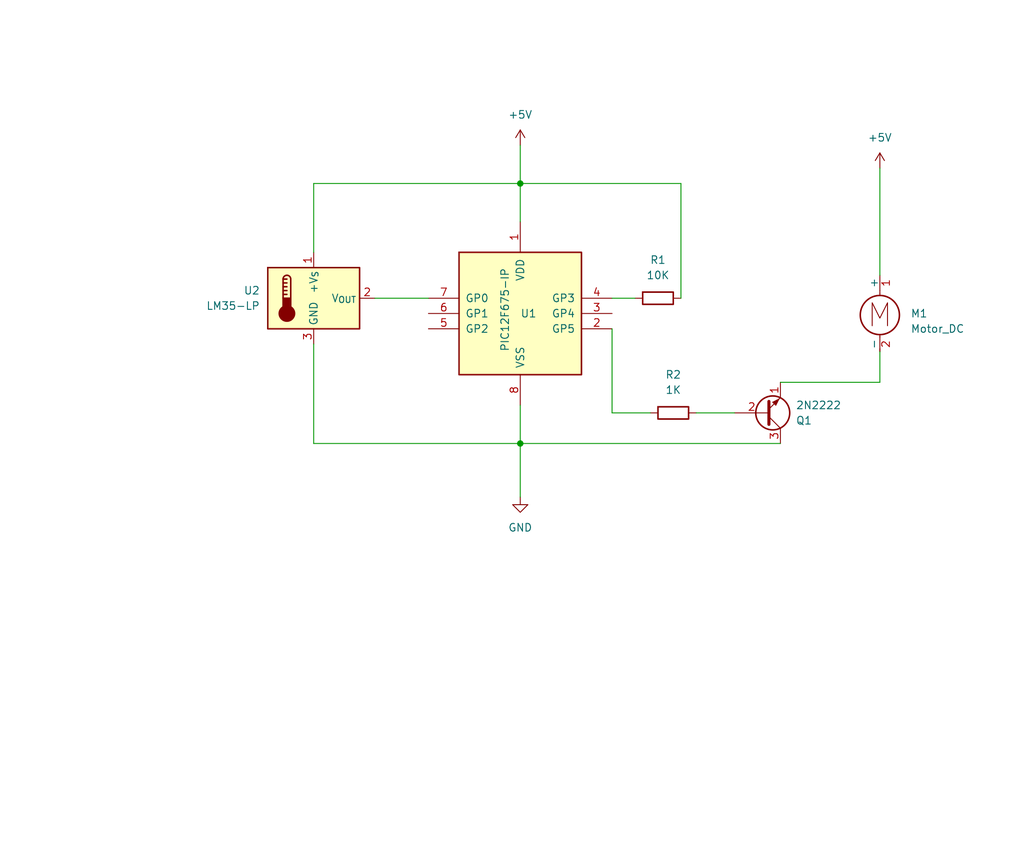
<source format=kicad_sch>
(kicad_sch (version 20230121) (generator eeschema)
  (paper "User" 170.002 140.005)
  (title_block (title "PIC12F675 PWM with  Cooler and LM35") (company "Ricardo Lima Caratti") (comment 1 "Fiver Indicator wirh LM35  and LED using the PIC12F675. "))
  (lib_symbols
    (symbol "Device:R" (pin_numbers hide) (pin_names (offset 0))
      (property "Reference" "R" (at 2.032 0 90))
      (property "Value" "R" (at 0 0 90))
      (symbol "R_0_1"
        (rectangle (start -1.016 -2.54) (end 1.016 2.54) (stroke (width 0.254)))
      )
      (symbol "R_1_1"
        (pin passive line (at 0 3.81 270) (length 1.27) (name "~") (number "1"))
        (pin passive line (at 0 -3.81 90) (length 1.27) (name "~") (number "2"))
      )
    )
    (symbol "MCU_Microchip_PIC12:PIC12F675-IP" (pin_names (offset 1.016))
      (property "Reference" "U" (at 1.27 13.97 0))
      (property "Value" "PIC12F675-IP" (at 1.27 11.43 0))
      (symbol "PIC12F675-IP_0_1"
        (rectangle (start 10.16 -10.16) (end -10.16 10.16) (stroke (width 0.254)) (fill (type background)))
      )
      (symbol "PIC12F675-IP_1_1"
        (pin power_in line (at 0 15.24 270) (length 5.08) (name "VDD") (number "1"))
        (pin bidirectional line (at 15.24 -2.54 180) (length 5.08) (name "GP5") (number "2"))
        (pin bidirectional line (at 15.24 0 180) (length 5.08) (name "GP4") (number "3"))
        (pin input line (at 15.24 2.54 180) (length 5.08) (name "GP3") (number "4"))
        (pin bidirectional line (at -15.24 -2.54 0) (length 5.08) (name "GP2") (number "5"))
        (pin bidirectional line (at -15.24 0 0) (length 5.08) (name "GP1") (number "6"))
        (pin bidirectional line (at -15.24 2.54 0) (length 5.08) (name "GP0") (number "7"))
        (pin power_in line (at 0 -15.24 90) (length 5.08) (name "VSS") (number "8"))
      )
    )
    (symbol "Motor:Motor_DC" (pin_names (offset 0))
      (property "Reference" "M" (at 2.54 2.54 0))
      (property "Value" "Motor_DC" (at 2.54 -5.08 0))
      (symbol "Motor_DC_0_0"
        (polyline (pts (xy -1.27 -3.302) (xy -1.27 0.508) (xy 0 -2.032) (xy 1.27 0.508) (xy 1.27 -3.302)))
      )
      (symbol "Motor_DC_0_1"
        (circle (center 0 -1.524) (radius 3.2512) (stroke (width 0.254)))
        (polyline (pts (xy 0 -7.62) (xy 0 -7.112)))
        (polyline (pts (xy 0 -4.7752) (xy 0 -5.1816)))
        (polyline (pts (xy 0 1.7272) (xy 0 2.0828)))
        (polyline (pts (xy 0 2.032) (xy 0 2.54)))
      )
      (symbol "Motor_DC_1_1"
        (pin passive line (at 0 5.08 270) (length 2.54) (name "+") (number "1"))
        (pin passive line (at 0 -7.62 90) (length 2.54) (name "-") (number "2"))
      )
    )
    (symbol "Sensor_Temperature:LM35-LP"
      (property "Reference" "U" (at -6.35 6.35 0))
      (property "Value" "LM35-LP" (at 1.27 6.35 0))
      (symbol "LM35-LP_0_1"
        (rectangle (start -7.62 5.08) (end 7.62 -5.08) (stroke (width 0.254)) (fill (type background)))
        (circle (center -4.445 -2.54) (radius 1.27) (stroke (width 0.254)) (fill (type outline)))
        (rectangle (start -3.81 -1.905) (end -5.08 0) (stroke (width 0.254)) (fill (type outline)))
        (arc (start -3.81 3.175) (mid -4.445 3.8073) (end -5.08 3.175) (stroke (width 0.254)))
        (polyline (pts (xy -5.08 0.635) (xy -4.445 0.635)) (stroke (width 0.254)))
        (polyline (pts (xy -5.08 1.27) (xy -4.445 1.27)) (stroke (width 0.254)))
        (polyline (pts (xy -5.08 1.905) (xy -4.445 1.905)) (stroke (width 0.254)))
        (polyline (pts (xy -5.08 2.54) (xy -4.445 2.54)) (stroke (width 0.254)))
        (polyline (pts (xy -5.08 3.175) (xy -5.08 0)) (stroke (width 0.254)))
        (polyline (pts (xy -5.08 3.175) (xy -4.445 3.175)) (stroke (width 0.254)))
        (polyline (pts (xy -3.81 3.175) (xy -3.81 0)) (stroke (width 0.254)))
      )
      (symbol "LM35-LP_1_1"
        (pin power_in line (at 0 7.62 270) (length 2.54) (name "+V_{S}") (number "1"))
        (pin output line (at 10.16 0 180) (length 2.54) (name "V_{OUT}") (number "2"))
        (pin power_in line (at 0 -7.62 90) (length 2.54) (name "GND") (number "3"))
      )
    )
    (symbol "Transistor_BJT:2N2219" (pin_names (offset 0) hide)
      (property "Reference" "Q" (at 5.08 1.905 0))
      (property "Value" "2N2219" (at 5.08 0 0))
      (symbol "2N2219_0_1"
        (polyline (pts (xy 0.635 0.635) (xy 2.54 2.54)))
        (polyline (pts (xy 0.635 -0.635) (xy 2.54 -2.54) (xy 2.54 -2.54)))
        (polyline (pts (xy 0.635 1.905) (xy 0.635 -1.905) (xy 0.635 -1.905)) (stroke (width 0.508)))
        (polyline (pts (xy 1.27 -1.778) (xy 1.778 -1.27) (xy 2.286 -2.286) (xy 1.27 -1.778) (xy 1.27 -1.778)) (fill (type outline)))
        (circle (center 1.27 0) (radius 2.8194) (stroke (width 0.254)))
      )
      (symbol "2N2219_1_1"
        (pin passive line (at 2.54 -5.08 90) (length 2.54) (name "E") (number "1"))
        (pin passive line (at -5.08 0 0) (length 5.715) (name "B") (number "2"))
        (pin passive line (at 2.54 5.08 270) (length 2.54) (name "C") (number "3"))
      )
    )
    (symbol "power:+5V" (power) (pin_names (offset 0))
      (property "Value" "+5V" (at 0 3.556 0))
      (symbol "+5V_0_1"
        (polyline (pts (xy -0.762 1.27) (xy 0 2.54)))
        (polyline (pts (xy 0 0) (xy 0 2.54)))
        (polyline (pts (xy 0 2.54) (xy 0.762 1.27)))
      )
      (symbol "+5V_1_1"
        (pin power_in line (at 0 0 90) (length 0) hide (name "+5V") (number "1"))
      )
    )
    (symbol "power:GND" (power) (pin_names (offset 0))
      (property "Value" "GND" (at 0 -3.81 0))
      (symbol "GND_0_1"
        (polyline (pts (xy 0 0) (xy 0 -1.27) (xy 1.27 -1.27) (xy 0 -2.54) (xy -1.27 -1.27) (xy 0 -1.27)))
      )
      (symbol "GND_1_1"
        (pin power_in line (at 0 0 270) (length 0) hide (name "GND") (number "1"))
      )
    )
  )
  (junction (at 86.36 30.48))
  (junction (at 86.36 73.66))
  (wire (pts (xy 86.36 73.66) (xy 86.36 82.55)))
  (wire (pts (xy 86.36 30.48) (xy 86.36 36.83)))
  (wire (pts (xy 52.07 57.15) (xy 52.07 73.66)))
  (wire (pts (xy 86.36 73.66) (xy 129.54 73.66)))
  (wire (pts (xy 146.05 63.5) (xy 146.05 58.42)))
  (wire (pts (xy 101.6 68.58) (xy 107.95 68.58)))
  (wire (pts (xy 86.36 67.31) (xy 86.36 73.66)))
  (wire (pts (xy 52.07 73.66) (xy 86.36 73.66)))
  (wire (pts (xy 113.03 30.48) (xy 86.36 30.48)))
  (wire (pts (xy 146.05 27.94) (xy 146.05 45.72)))
  (wire (pts (xy 129.54 63.5) (xy 146.05 63.5)))
  (wire (pts (xy 62.23 49.53) (xy 71.12 49.53)))
  (wire (pts (xy 101.6 54.61) (xy 101.6 68.58)))
  (wire (pts (xy 52.07 41.91) (xy 52.07 30.48)))
  (wire (pts (xy 52.07 30.48) (xy 86.36 30.48)))
  (wire (pts (xy 101.6 49.53) (xy 105.41 49.53)))
  (wire (pts (xy 113.03 49.53) (xy 113.03 30.48)))
  (wire (pts (xy 86.36 24.13) (xy 86.36 30.48)))
  (wire (pts (xy 115.57 68.58) (xy 121.92 68.58)))
  (symbol (lib_id "power:+5V") (at 86.36 24.13 0) (unit 1)
    (property "Reference" "#PWR01" (effects hide))
    (property "Value" "+5V" (at 86.36 19.05 0))
  )
  (symbol (lib_id "MCU_Microchip_PIC12:PIC12F675-IP") (at 86.36 52.07 0) (unit 1)
    (property "Reference" "U1" (at 86.36 52.07 0) (effects (justify left)))
    (property "Value" "PIC12F675-IP" (at 83.82 58.42 90) (effects (justify left)))
    (property "Footprint" "Package_DIP:DIP-8_W7.62mm" (effects hide))
    (property "Datasheet" "http://ww1.microchip.com/downloads/en/DeviceDoc/41190G.pdf" (effects hide))
  )
  (symbol (lib_id "Device:R") (at 109.22 49.53 90) (unit 1)
    (property "Reference" "R1" (at 109.22 43.18 90))
    (property "Value" "10K" (at 109.22 45.72 90))
  )
  (symbol (lib_id "power:+5V") (at 146.05 27.94 0) (unit 1)
    (property "Reference" "#PWR04" (effects hide))
    (property "Value" "+5V" (at 146.05 22.86 0))
  )
  (symbol (lib_id "Motor:Motor_DC") (at 146.05 50.8 0) (unit 1)
    (property "Reference" "M1" (at 151.13 52.07 0) (effects (justify left)))
    (property "Value" "Motor_DC" (at 151.13 54.61 0) (effects (justify left)))
  )
  (symbol (lib_id "Sensor_Temperature:LM35-LP") (at 52.07 49.53 0) (unit 1)
    (property "Reference" "U2" (at 43.18 48.26 0) (effects (justify right)))
    (property "Value" "LM35-LP" (at 43.18 50.8 0) (effects (justify right)))
    (property "Footprint" "Package_TO_SOT_THT:TO-92_Inline" (effects hide))
    (property "Datasheet" "http://www.ti.com/lit/ds/symlink/lm35.pdf" (effects hide))
  )
  (symbol (lib_id "Device:R") (at 111.76 68.58 90) (unit 1)
    (property "Reference" "R2" (at 111.76 62.23 90))
    (property "Value" "1K" (at 111.76 64.77 90))
  )
  (symbol (lib_id "power:GND") (at 86.36 82.55 0) (unit 1)
    (property "Reference" "#PWR02" (effects hide))
    (property "Value" "GND" (at 86.36 87.63 0))
  )
  (symbol (lib_id "Transistor_BJT:2N2219") (at 127 68.58 0) (mirror x) (unit 1)
    (property "Reference" "Q1" (at 132.08 69.85 0) (effects (justify left)))
    (property "Value" "2N2222" (at 132.08 67.31 0) (effects (justify left)))
    (property "Footprint" "Package_TO_SOT_THT:TO-39-3" (effects hide))
    (property "Datasheet" "http://www.onsemi.com/pub_link/Collateral/2N2219-D.PDF" (effects hide))
  )
)
</source>
